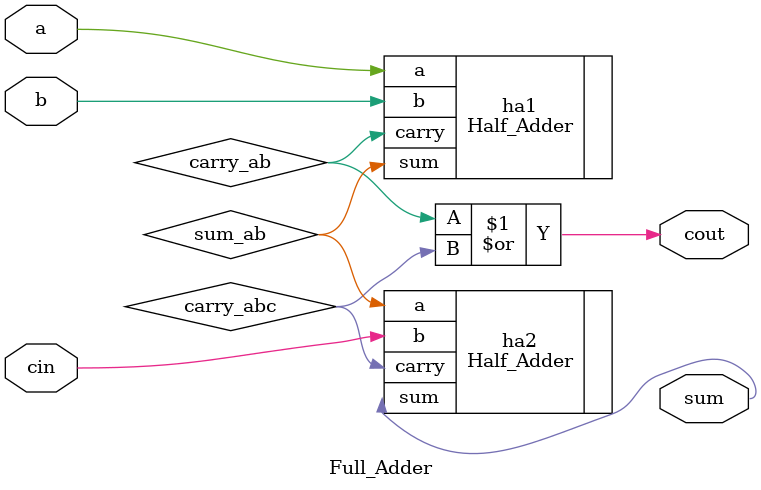
<source format=sv>

module Full_Adder (
    input wire a,
    input wire b,
    input wire cin,
    output wire sum,
    output wire cout
);

    wire sum_ab, carry_ab, carry_abc;

    Half_Adder ha1 (
        .a(a),
        .b(b),
        .sum(sum_ab),
        .carry(carry_ab)
    );
    
    Half_Adder ha2 (
        .a(sum_ab),
        .b(cin),
        .sum(sum),
        .carry(carry_abc)
    );

    // Final carry out
    assign cout = carry_ab | carry_abc;
endmodule
</source>
